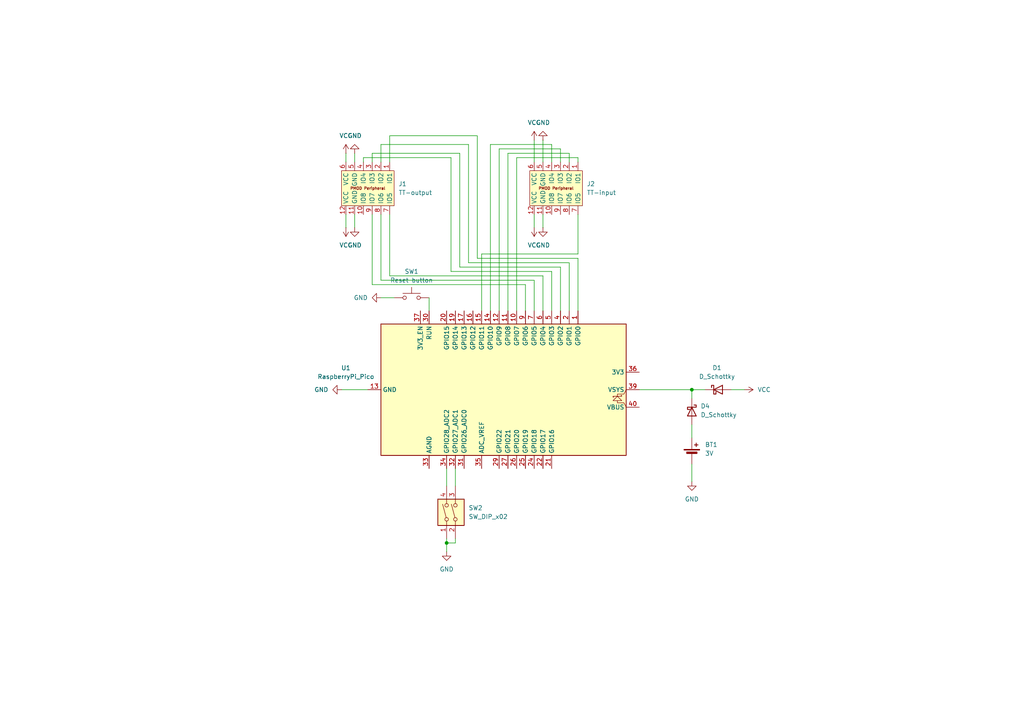
<source format=kicad_sch>
(kicad_sch (version 20231120) (generator "eeschema") (generator_version "8.0")
  (paper "A4")
  (title_block (title "Hackday 13") (date "2024-03-15") (rev "0") (company "lowRISC"))
  (lib_symbols
    (symbol "Device:Battery_Cell" (pin_numbers hide) (pin_names (offset 0) hide)
      (property "Reference" "BT" (at 2.54 2.54 0))
      (property "Value" "Battery_Cell" (at 2.54 0 0))
      (symbol "Battery_Cell_0_1"
        (rectangle (start -2.286 1.778) (end 2.286 1.524) (fill (type outline)))
        (rectangle (start -1.524 1.016) (end 1.524 0.508) (fill (type outline)))
        (polyline (pts (xy 0 0.762) (xy 0 0)))
        (polyline (pts (xy 0 1.778) (xy 0 2.54)))
        (polyline (pts (xy 0.762 3.048) (xy 1.778 3.048)) (stroke (width 0.254)))
        (polyline (pts (xy 1.27 3.556) (xy 1.27 2.54)) (stroke (width 0.254)))
      )
      (symbol "Battery_Cell_1_1"
        (pin passive line (at 0 5.08 270) (length 2.54) (name "+") (number "1"))
        (pin passive line (at 0 -2.54 90) (length 2.54) (name "-") (number "2"))
      )
    )
    (symbol "Device:D_Schottky" (pin_numbers hide) (pin_names (offset 1.016) hide)
      (property "Reference" "D" (at 0 2.54 0))
      (property "Value" "D_Schottky" (at 0 -2.54 0))
      (symbol "D_Schottky_0_1"
        (polyline (pts (xy 1.27 0) (xy -1.27 0)))
        (polyline (pts (xy 1.27 1.27) (xy 1.27 -1.27) (xy -1.27 0) (xy 1.27 1.27)) (stroke (width 0.254)))
        (polyline (pts (xy -1.905 0.635) (xy -1.905 1.27) (xy -1.27 1.27) (xy -1.27 -1.27) (xy -0.635 -1.27) (xy -0.635 -0.635)) (stroke (width 0.254)))
      )
      (symbol "D_Schottky_1_1"
        (pin passive line (at -3.81 0 0) (length 2.54) (name "K") (number "1"))
        (pin passive line (at 3.81 0 180) (length 2.54) (name "A") (number "2"))
      )
    )
    (symbol "MCU_Module_RaspberryPi_Pico:RaspberryPi_Pico"
      (property "Reference" "U" (at -19.05 38.1 0))
      (property "Value" "RaspberryPi_Pico" (at 7.62 38.1 0))
      (symbol "RaspberryPi_Pico_0_1"
        (rectangle (start -19.05 36.83) (end 19.05 -34.29) (stroke (width 0.254)) (fill (type background)))
        (polyline (pts (xy 0 36.83) (xy 1.27 36.195) (xy 1.27 34.29) (xy 1.905 34.29)))
        (polyline (pts (xy 1.905 34.29) (xy 3.175 35.56) (xy 3.175 33.02) (xy 1.905 34.29)))
        (polyline (pts (xy 5.08 36.83) (xy 3.81 36.195) (xy 3.81 34.29) (xy 3.175 34.29)))
        (polyline (pts (xy 1.651 35.306) (xy 1.651 35.56) (xy 1.905 35.56) (xy 1.905 33.02) (xy 2.159 33.02) (xy 2.159 33.274)))
      )
      (symbol "RaspberryPi_Pico_1_1"
        (pin bidirectional line (at -22.86 22.86 0) (length 3.81) (name "GPIO0") (number "1"))
        (pin bidirectional line (at -22.86 5.08 0) (length 3.81) (name "GPIO7") (number "10"))
        (pin bidirectional line (at -22.86 2.54 0) (length 3.81) (name "GPIO8") (number "11"))
        (pin bidirectional line (at -22.86 0 0) (length 3.81) (name "GPIO9") (number "12"))
        (pin power_out line (at 0 -38.1 90) (length 3.81) (name "GND") (number "13"))
        (pin bidirectional line (at -22.86 -2.54 0) (length 3.81) (name "GPIO10") (number "14"))
        (pin bidirectional line (at -22.86 -5.08 0) (length 3.81) (name "GPIO11") (number "15"))
        (pin bidirectional line (at -22.86 -7.62 0) (length 3.81) (name "GPIO12") (number "16"))
        (pin bidirectional line (at -22.86 -10.16 0) (length 3.81) (name "GPIO13") (number "17"))
        (pin passive line (at 0 -38.1 90) (length 3.81) hide (name "GND") (number "18"))
        (pin bidirectional line (at -22.86 -12.7 0) (length 3.81) (name "GPIO14") (number "19"))
        (pin bidirectional line (at -22.86 20.32 0) (length 3.81) (name "GPIO1") (number "2"))
        (pin bidirectional line (at -22.86 -15.24 0) (length 3.81) (name "GPIO15") (number "20"))
        (pin bidirectional line (at 22.86 15.24 180) (length 3.81) (name "GPIO16") (number "21"))
        (pin bidirectional line (at 22.86 12.7 180) (length 3.81) (name "GPIO17") (number "22"))
        (pin passive line (at 0 -38.1 90) (length 3.81) hide (name "GND") (number "23"))
        (pin bidirectional line (at 22.86 10.16 180) (length 3.81) (name "GPIO18") (number "24"))
        (pin bidirectional line (at 22.86 7.62 180) (length 3.81) (name "GPIO19") (number "25"))
        (pin bidirectional line (at 22.86 5.08 180) (length 3.81) (name "GPIO20") (number "26"))
        (pin bidirectional line (at 22.86 2.54 180) (length 3.81) (name "GPIO21") (number "27"))
        (pin passive line (at 0 -38.1 90) (length 3.81) hide (name "GND") (number "28"))
        (pin bidirectional line (at 22.86 0 180) (length 3.81) (name "GPIO22") (number "29"))
        (pin passive line (at 0 -38.1 90) (length 3.81) hide (name "GND") (number "3"))
        (pin input line (at -22.86 -20.32 0) (length 3.81) (name "RUN") (number "30"))
        (pin bidirectional line (at 22.86 -10.16 180) (length 3.81) (name "GPIO26_ADC0") (number "31"))
        (pin bidirectional line (at 22.86 -12.7 180) (length 3.81) (name "GPIO27_ADC1") (number "32"))
        (pin power_in line (at 22.86 -20.32 180) (length 3.81) (name "AGND") (number "33"))
        (pin bidirectional line (at 22.86 -15.24 180) (length 3.81) (name "GPIO28_ADC2") (number "34"))
        (pin power_in line (at 22.86 -5.08 180) (length 3.81) (name "ADC_VREF") (number "35"))
        (pin power_out line (at -5.08 40.64 270) (length 3.81) (name "3V3") (number "36"))
        (pin input line (at -22.86 -22.86 0) (length 3.81) (name "3V3_EN") (number "37"))
        (pin passive line (at 0 -38.1 90) (length 3.81) hide (name "GND") (number "38"))
        (pin power_in line (at 0 40.64 270) (length 3.81) (name "VSYS") (number "39"))
        (pin bidirectional line (at -22.86 17.78 0) (length 3.81) (name "GPIO2") (number "4"))
        (pin power_out line (at 5.08 40.64 270) (length 3.81) (name "VBUS") (number "40"))
        (pin bidirectional line (at -22.86 15.24 0) (length 3.81) (name "GPIO3") (number "5"))
        (pin bidirectional line (at -22.86 12.7 0) (length 3.81) (name "GPIO4") (number "6"))
        (pin bidirectional line (at -22.86 10.16 0) (length 3.81) (name "GPIO5") (number "7"))
        (pin passive line (at 0 -38.1 90) (length 3.81) hide (name "GND") (number "8"))
        (pin bidirectional line (at -22.86 7.62 0) (length 3.81) (name "GPIO6") (number "9"))
      )
    )
    (symbol "Switch:SW_DIP_x02" (pin_names (offset 0) hide)
      (property "Reference" "SW" (at 0 6.35 0))
      (property "Value" "SW_DIP_x02" (at 0 -3.81 0))
      (symbol "SW_DIP_x02_0_0"
        (circle (center -2.032 0) (radius 0.508))
        (circle (center -2.032 2.54) (radius 0.508))
        (polyline (pts (xy -1.524 0.127) (xy 2.3622 1.1684)))
        (polyline (pts (xy -1.524 2.667) (xy 2.3622 3.7084)))
        (circle (center 2.032 0) (radius 0.508))
        (circle (center 2.032 2.54) (radius 0.508))
      )
      (symbol "SW_DIP_x02_0_1"
        (rectangle (start -3.81 5.08) (end 3.81 -2.54) (stroke (width 0.254)) (fill (type background)))
      )
      (symbol "SW_DIP_x02_1_1"
        (pin passive line (at -7.62 2.54 0) (length 5.08) (name "~") (number "1"))
        (pin passive line (at -7.62 0 0) (length 5.08) (name "~") (number "2"))
        (pin passive line (at 7.62 0 180) (length 5.08) (name "~") (number "3"))
        (pin passive line (at 7.62 2.54 180) (length 5.08) (name "~") (number "4"))
      )
    )
    (symbol "Switch:SW_Push" (pin_numbers hide) (pin_names (offset 1.016) hide)
      (property "Reference" "SW" (at 1.27 2.54 0))
      (property "Value" "SW_Push" (at 0 -1.524 0))
      (symbol "SW_Push_0_1"
        (circle (center -2.032 0) (radius 0.508))
        (polyline (pts (xy 0 1.27) (xy 0 3.048)))
        (polyline (pts (xy 2.54 1.27) (xy -2.54 1.27)))
        (circle (center 2.032 0) (radius 0.508))
        (pin passive line (at -5.08 0 0) (length 2.54) (name "1") (number "1"))
        (pin passive line (at 5.08 0 180) (length 2.54) (name "2") (number "2"))
      )
    )
    (symbol "TinyTapeout:PMOD_PERIPH_2x6"
      (property "Reference" "J" (at -3.81 12.7 0))
      (property "Value" "10129382-912001BLF" (at 2.54 -5.08 0))
      (symbol "PMOD_PERIPH_2x6_1_1"
        (rectangle (start -5.08 11.43) (end 5.08 -3.81) (fill (type background)))
        (text "PMOD Peripheral" (at 0 3.81 900) (effects (font (size 0.8 0.8))))
        (pin bidirectional line (at -7.62 10.16 0) (length 2.54) (name "IO1") (number "1"))
        (pin bidirectional line (at 7.62 2.54 180) (length 2.54) (name "IO8") (number "10"))
        (pin power_in line (at 7.62 0 180) (length 2.54) (name "GND") (number "11"))
        (pin power_in line (at 7.62 -2.54 180) (length 2.54) (name "VCC") (number "12"))
        (pin bidirectional line (at -7.62 7.62 0) (length 2.54) (name "IO2") (number "2"))
        (pin bidirectional line (at -7.62 5.08 0) (length 2.54) (name "IO3") (number "3"))
        (pin bidirectional line (at -7.62 2.54 0) (length 2.54) (name "IO4") (number "4"))
        (pin power_in line (at -7.62 0 0) (length 2.54) (name "GND") (number "5"))
        (pin power_in line (at -7.62 -2.54 0) (length 2.54) (name "VCC") (number "6"))
        (pin bidirectional line (at 7.62 10.16 180) (length 2.54) (name "IO5") (number "7"))
        (pin bidirectional line (at 7.62 7.62 180) (length 2.54) (name "IO6") (number "8"))
        (pin bidirectional line (at 7.62 5.08 180) (length 2.54) (name "IO7") (number "9"))
      )
    )
    (symbol "power:GND" (power) (pin_numbers hide) (pin_names (offset 0) hide)
      (property "Value" "GND" (at 0 -3.81 0))
      (symbol "GND_0_1"
        (polyline (pts (xy 0 0) (xy 0 -1.27) (xy 1.27 -1.27) (xy 0 -2.54) (xy -1.27 -1.27) (xy 0 -1.27)))
      )
      (symbol "GND_1_1"
        (pin power_in line (at 0 0 270) (length 0) (name "~") (number "1"))
      )
    )
    (symbol "power:VCC" (power) (pin_numbers hide) (pin_names (offset 0) hide)
      (property "Value" "VCC" (at 0 3.556 0))
      (symbol "VCC_0_1"
        (polyline (pts (xy -0.762 1.27) (xy 0 2.54)))
        (polyline (pts (xy 0 0) (xy 0 2.54)))
        (polyline (pts (xy 0 2.54) (xy 0.762 1.27)))
      )
      (symbol "VCC_1_1"
        (pin power_in line (at 0 0 90) (length 0) (name "~") (number "1"))
      )
    )
  )
  (junction (at 129.54 157.48))
  (junction (at 200.66 113.03))
  (wire (pts (xy 100.33 44.45) (xy 100.33 46.99)))
  (wire (pts (xy 200.66 134.62) (xy 200.66 139.7)))
  (wire (pts (xy 132.08 135.89) (xy 132.08 140.97)))
  (wire (pts (xy 130.81 78.74) (xy 130.81 45.72)))
  (wire (pts (xy 154.94 62.23) (xy 154.94 66.04)))
  (wire (pts (xy 154.94 40.64) (xy 154.94 46.99)))
  (wire (pts (xy 167.64 90.17) (xy 167.64 74.93)))
  (wire (pts (xy 165.1 76.2) (xy 135.89 76.2)))
  (wire (pts (xy 102.87 44.45) (xy 102.87 46.99)))
  (wire (pts (xy 107.95 44.45) (xy 107.95 46.99)))
  (wire (pts (xy 138.43 39.37) (xy 113.03 39.37)))
  (wire (pts (xy 212.09 113.03) (xy 215.9 113.03)))
  (wire (pts (xy 200.66 113.03) (xy 204.47 113.03)))
  (wire (pts (xy 107.95 82.55) (xy 107.95 62.23)))
  (wire (pts (xy 139.7 90.17) (xy 139.7 73.66)))
  (wire (pts (xy 110.49 62.23) (xy 110.49 81.28)))
  (wire (pts (xy 102.87 62.23) (xy 102.87 66.04)))
  (wire (pts (xy 167.64 45.72) (xy 167.64 46.99)))
  (wire (pts (xy 139.7 73.66) (xy 167.64 73.66)))
  (wire (pts (xy 157.48 40.64) (xy 157.48 46.99)))
  (wire (pts (xy 110.49 41.91) (xy 110.49 46.99)))
  (wire (pts (xy 132.08 157.48) (xy 129.54 157.48)))
  (wire (pts (xy 152.4 90.17) (xy 152.4 82.55)))
  (wire (pts (xy 129.54 157.48) (xy 129.54 160.02)))
  (wire (pts (xy 165.1 44.45) (xy 165.1 46.99)))
  (wire (pts (xy 129.54 135.89) (xy 129.54 140.97)))
  (wire (pts (xy 160.02 90.17) (xy 160.02 78.74)))
  (wire (pts (xy 160.02 78.74) (xy 130.81 78.74)))
  (wire (pts (xy 200.66 123.19) (xy 200.66 127)))
  (wire (pts (xy 147.32 90.17) (xy 147.32 44.45)))
  (wire (pts (xy 157.48 80.01) (xy 113.03 80.01)))
  (wire (pts (xy 113.03 39.37) (xy 113.03 46.99)))
  (wire (pts (xy 135.89 41.91) (xy 110.49 41.91)))
  (wire (pts (xy 147.32 44.45) (xy 165.1 44.45)))
  (wire (pts (xy 162.56 90.17) (xy 162.56 77.47)))
  (wire (pts (xy 129.54 156.21) (xy 129.54 157.48)))
  (wire (pts (xy 162.56 43.18) (xy 162.56 46.99)))
  (wire (pts (xy 152.4 82.55) (xy 107.95 82.55)))
  (wire (pts (xy 162.56 77.47) (xy 133.35 77.47)))
  (wire (pts (xy 130.81 45.72) (xy 105.41 45.72)))
  (wire (pts (xy 149.86 45.72) (xy 167.64 45.72)))
  (wire (pts (xy 144.78 90.17) (xy 144.78 43.18)))
  (wire (pts (xy 154.94 90.17) (xy 154.94 81.28)))
  (wire (pts (xy 165.1 90.17) (xy 165.1 76.2)))
  (wire (pts (xy 138.43 74.93) (xy 138.43 39.37)))
  (wire (pts (xy 160.02 41.91) (xy 160.02 46.99)))
  (wire (pts (xy 142.24 90.17) (xy 142.24 41.91)))
  (wire (pts (xy 124.46 86.36) (xy 124.46 90.17)))
  (wire (pts (xy 110.49 86.36) (xy 114.3 86.36)))
  (wire (pts (xy 154.94 81.28) (xy 110.49 81.28)))
  (wire (pts (xy 157.48 90.17) (xy 157.48 80.01)))
  (wire (pts (xy 200.66 115.57) (xy 200.66 113.03)))
  (wire (pts (xy 167.64 74.93) (xy 138.43 74.93)))
  (wire (pts (xy 133.35 77.47) (xy 133.35 44.45)))
  (wire (pts (xy 167.64 73.66) (xy 167.64 62.23)))
  (wire (pts (xy 144.78 43.18) (xy 162.56 43.18)))
  (wire (pts (xy 133.35 44.45) (xy 107.95 44.45)))
  (wire (pts (xy 135.89 76.2) (xy 135.89 41.91)))
  (wire (pts (xy 99.06 113.03) (xy 106.68 113.03)))
  (wire (pts (xy 100.33 62.23) (xy 100.33 66.04)))
  (wire (pts (xy 105.41 45.72) (xy 105.41 46.99)))
  (wire (pts (xy 132.08 156.21) (xy 132.08 157.48)))
  (wire (pts (xy 113.03 62.23) (xy 113.03 80.01)))
  (wire (pts (xy 149.86 90.17) (xy 149.86 45.72)))
  (wire (pts (xy 185.42 113.03) (xy 200.66 113.03)))
  (wire (pts (xy 142.24 41.91) (xy 160.02 41.91)))
  (wire (pts (xy 157.48 62.23) (xy 157.48 66.04)))
  (symbol (lib_id "power:VCC") (at 154.94 66.04 180) (unit 1)
    (property "Reference" "#PWR09" (effects (hide yes)))
    (property "Value" "VCC" (at 154.94 71.12 0))
    (property "Description" "Power symbol creates a global label with name \"VCC\"" (effects (hide yes)))
  )
  (symbol (lib_id "Switch:SW_Push") (at 119.38 86.36 0) (unit 1)
    (property "Reference" "SW1" (at 119.38 78.74 0))
    (property "Value" "Reset button" (at 119.38 81.28 0))
    (property "Footprint" "Button_Switch_THT:SW_PUSH_6mm" (effects (hide yes)))
    (property "Description" "Push button switch, generic, two pins" (effects (hide yes)))
  )
  (symbol (lib_id "power:GND") (at 129.54 160.02 0) (unit 1)
    (property "Reference" "#PWR06" (effects (hide yes)))
    (property "Value" "GND" (at 129.54 165.1 0))
    (property "Description" "Power symbol creates a global label with name \"GND\" , ground" (effects (hide yes)))
  )
  (symbol (lib_id "Device:D_Schottky") (at 208.28 113.03 0) (unit 1)
    (property "Reference" "D1" (at 207.9625 106.68 0))
    (property "Value" "D_Schottky" (at 207.9625 109.22 0))
    (property "Footprint" "Diode_THT:D_DO-35_SOD27_P7.62mm_Horizontal" (effects (hide yes)))
    (property "Description" "Schottky diode" (effects (hide yes)))
  )
  (symbol (lib_id "power:GND") (at 99.06 113.03 270) (unit 1)
    (property "Reference" "#PWR03" (effects (hide yes)))
    (property "Value" "GND" (at 95.25 113.0299 90) (effects (justify right)))
    (property "Description" "Power symbol creates a global label with name \"GND\" , ground" (effects (hide yes)))
  )
  (symbol (lib_id "power:GND") (at 110.49 86.36 270) (unit 1)
    (property "Reference" "#PWR04" (effects (hide yes)))
    (property "Value" "GND" (at 106.68 86.3599 90) (effects (justify right)))
    (property "Description" "Power symbol creates a global label with name \"GND\" , ground" (effects (hide yes)))
  )
  (symbol (lib_id "Device:D_Schottky") (at 200.66 119.38 270) (unit 1)
    (property "Reference" "D4" (at 203.2 117.7924 90) (effects (justify left)))
    (property "Value" "D_Schottky" (at 203.2 120.3324 90) (effects (justify left)))
    (property "Footprint" "Diode_THT:D_DO-35_SOD27_P7.62mm_Horizontal" (effects (hide yes)))
    (property "Description" "Schottky diode" (effects (hide yes)))
  )
  (symbol (lib_id "power:GND") (at 157.48 66.04 0) (unit 1)
    (property "Reference" "#PWR013" (effects (hide yes)))
    (property "Value" "GND" (at 157.48 71.12 0))
    (property "Description" "Power symbol creates a global label with name \"GND\" , ground" (effects (hide yes)))
  )
  (symbol (lib_id "Switch:SW_DIP_x02") (at 132.08 148.59 90) (unit 1)
    (property "Reference" "SW2" (at 135.89 147.3199 90) (effects (justify right)))
    (property "Value" "SW_DIP_x02" (at 135.89 149.8599 90) (effects (justify right)))
    (property "Description" "2x DIP Switch, Single Pole Single Throw (SPST) switch, small symbol" (effects (hide yes)))
  )
  (symbol (lib_id "power:VCC") (at 154.94 40.64 0) (unit 1)
    (property "Reference" "#PWR08" (effects (hide yes)))
    (property "Value" "VCC" (at 154.94 35.56 0))
    (property "Description" "Power symbol creates a global label with name \"VCC\"" (effects (hide yes)))
  )
  (symbol (lib_id "TinyTapeout:PMOD_PERIPH_2x6") (at 102.87 54.61 270) (unit 1)
    (property "Reference" "J1" (at 115.57 53.3399 90) (effects (justify left)))
    (property "Value" "TT-output" (at 115.57 55.8799 90) (effects (justify left)))
    (property "Footprint" "TinyTapeout:PinHeader_2x06_P2.54mm_PMODPeriph2B" (effects (hide yes)))
    (property "Datasheet" "https://cdn.amphenol-cs.com/media/wysiwyg/files/drawing/10129382.pdf" (effects (hide yes)))
    (property "Description" "Male PMOD Peripheral connector" (effects (hide yes)))
  )
  (symbol (lib_id "Device:Battery_Cell") (at 200.66 132.08 0) (unit 1)
    (property "Reference" "BT1" (at 204.47 128.9684 0) (effects (justify left)))
    (property "Value" "3V" (at 204.47 131.5084 0) (effects (justify left)))
    (property "Footprint" "Battery:BatteryHolder_Keystone_105_1x2430" (effects (hide yes)))
    (property "Description" "Single-cell battery" (effects (hide yes)))
  )
  (symbol (lib_id "power:VCC") (at 100.33 44.45 0) (unit 1)
    (property "Reference" "#PWR05" (effects (hide yes)))
    (property "Value" "VCC" (at 100.33 39.37 0))
    (property "Description" "Power symbol creates a global label with name \"VCC\"" (effects (hide yes)))
  )
  (symbol (lib_id "power:VCC") (at 215.9 113.03 270) (unit 1)
    (property "Reference" "#PWR02" (effects (hide yes)))
    (property "Value" "VCC" (at 219.71 113.0299 90) (effects (justify left)))
    (property "Description" "Power symbol creates a global label with name \"VCC\"" (effects (hide yes)))
  )
  (symbol (lib_id "power:GND") (at 200.66 139.7 0) (unit 1)
    (property "Reference" "#PWR01" (effects (hide yes)))
    (property "Value" "GND" (at 200.66 144.78 0))
    (property "Description" "Power symbol creates a global label with name \"GND\" , ground" (effects (hide yes)))
  )
  (symbol (lib_id "TinyTapeout:PMOD_PERIPH_2x6") (at 157.48 54.61 270) (unit 1)
    (property "Reference" "J2" (at 170.18 53.3399 90) (effects (justify left)))
    (property "Value" "TT-input" (at 170.18 55.8799 90) (effects (justify left)))
    (property "Footprint" "TinyTapeout:PinHeader_2x06_P2.54mm_PMODPeriph2B" (effects (hide yes)))
    (property "Datasheet" "https://cdn.amphenol-cs.com/media/wysiwyg/files/drawing/10129382.pdf" (effects (hide yes)))
    (property "Description" "Male PMOD Peripheral connector" (effects (hide yes)))
  )
  (symbol (lib_id "power:GND") (at 102.87 66.04 0) (unit 1)
    (property "Reference" "#PWR010" (effects (hide yes)))
    (property "Value" "GND" (at 102.87 71.12 0))
    (property "Description" "Power symbol creates a global label with name \"GND\" , ground" (effects (hide yes)))
  )
  (symbol (lib_id "power:VCC") (at 100.33 66.04 180) (unit 1)
    (property "Reference" "#PWR07" (effects (hide yes)))
    (property "Value" "VCC" (at 100.33 71.12 0))
    (property "Description" "Power symbol creates a global label with name \"VCC\"" (effects (hide yes)))
  )
  (symbol (lib_id "MCU_Module_RaspberryPi_Pico:RaspberryPi_Pico") (at 144.78 113.03 270) (unit 1)
    (property "Reference" "U1" (at 100.33 106.7114 90))
    (property "Value" "RaspberryPi_Pico" (at 100.33 109.2514 90))
    (property "Footprint" "Module_RaspberryPi_Pico:RaspberryPi_Pico_Common" (effects (hide yes)))
    (property "Datasheet" "https://datasheets.raspberrypi.com/pico/pico-datasheet.pdf" (effects (hide yes)))
    (property "Description" "Versatile and inexpensive microcontroller module (with full pinout for reflow soldering) powered by RP2040 dual-core Arm Cortex-M0+ processor up to 133 MHz, 264kB SRAM, 2MB QSPI flash" (effects (hide yes)))
  )
  (symbol (lib_id "power:GND") (at 157.48 40.64 180) (unit 1)
    (property "Reference" "#PWR012" (effects (hide yes)))
    (property "Value" "GND" (at 157.48 35.56 0))
    (property "Description" "Power symbol creates a global label with name \"GND\" , ground" (effects (hide yes)))
  )
  (symbol (lib_id "power:GND") (at 102.87 44.45 180) (unit 1)
    (property "Reference" "#PWR011" (effects (hide yes)))
    (property "Value" "GND" (at 102.87 39.37 0))
    (property "Description" "Power symbol creates a global label with name \"GND\" , ground" (effects (hide yes)))
  )
)
</source>
